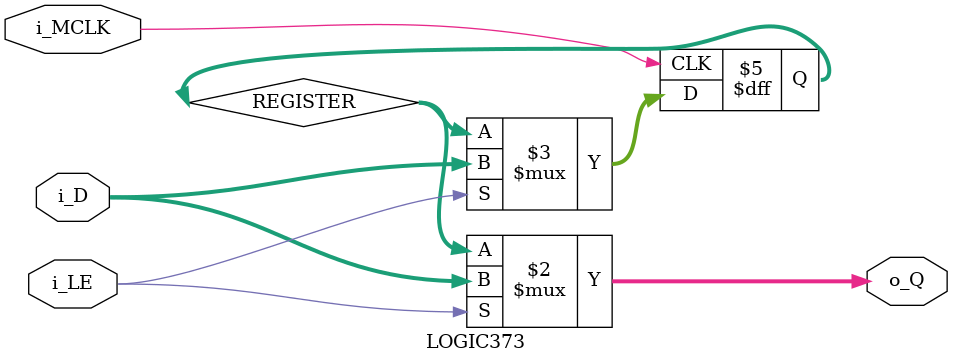
<source format=v>
/*
    74373 synchronous latch without tri-state
*/

module LOGIC373
(   
    input   wire            i_MCLK,
    input   wire    [7:0]   i_D,
    output  wire    [7:0]   o_Q,
    input   wire            i_LE
);

reg     [7:0]   REGISTER;
always @(posedge i_MCLK)
begin
    if(i_LE)
    begin
        REGISTER <= i_D;
    end
end

assign  o_Q =   (i_LE) ? i_D : REGISTER;

endmodule
</source>
